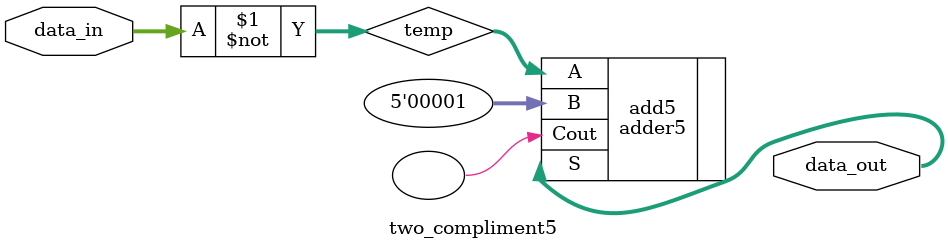
<source format=v>
module two_compliment25(data_in,data_out);
	input	[24:0]data_in;
	output	[24:0]data_out;

	wire	[24:0]temp;

//Not 
	assign temp = ~data_in;
//add 1
	adder25  add25(.A(temp),.B(25'b1),.S(data_out),.Cout());
endmodule

////////////////////////////////////////////////////////////////////////////////
module two_compliment10(data_in,data_out);
	input	[9:0]data_in;
	output	[9:0]data_out;

	wire	[9:0]temp;

//Not 
	assign temp = ~data_in;
//add 1
	adder10  add10(.A(temp),.B(10'b1),.S(data_out),.Cout());
endmodule

///////////////////////////////////////////////////////////////////////////////
module two_compliment9(data_in,data_out);
	input	[8:0]data_in;
	output	[8:0]data_out;

	wire	[8:0]temp;

//Not 
	assign temp = ~data_in;
//add 1
	adder9 add9(.A(temp),.B(9'b1),.S(data_out),.Cout());
endmodule

/////////////////////////////////////////////////////////////////////////////////
module two_compliment8(data_in,data_out);
	input	[7:0]data_in;
	output	[7:0]data_out;

	wire	[7:0]temp;

//Not 
	assign temp = ~data_in;
//add 1
	adder8 add8(.A(temp),.B(8'b1),.S(data_out),.Cout());
endmodule
//////////////////////////////////////////////////////////////////////////////
module two_compliment5(data_in,data_out);
	input	[4:0]data_in;
	output	[4:0]data_out;

	wire	[4:0]temp;

//Not 
	assign temp = ~data_in;
//add 1
	adder5 add5(.A(temp),.B(5'b1),.S(data_out),.Cout());
endmodule

</source>
